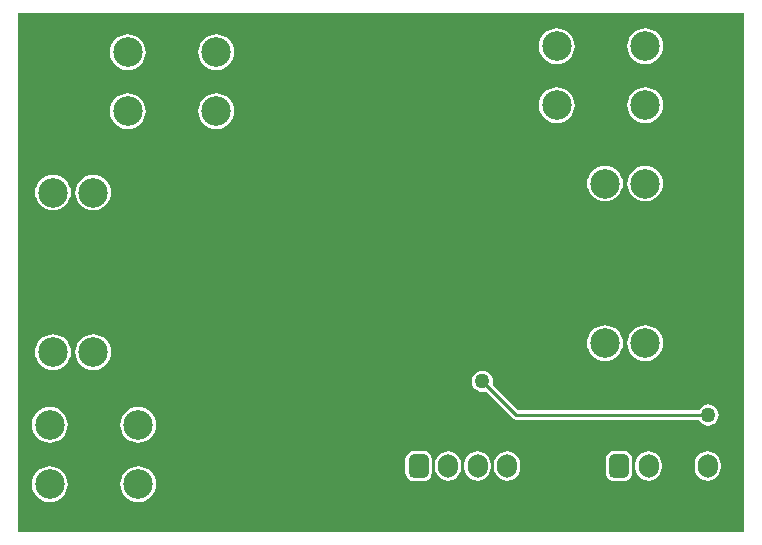
<source format=gbl>
G04*
G04 #@! TF.GenerationSoftware,Altium Limited,Altium Designer,20.2.4 (192)*
G04*
G04 Layer_Physical_Order=2*
G04 Layer_Color=16711680*
%FSLAX25Y25*%
%MOIN*%
G70*
G04*
G04 #@! TF.SameCoordinates,756CFB18-765A-4B9C-930C-300B3FFF0BD5*
G04*
G04*
G04 #@! TF.FilePolarity,Positive*
G04*
G01*
G75*
%ADD12C,0.01000*%
%ADD31C,0.09843*%
%ADD32O,0.06693X0.07874*%
G04:AMPARAMS|DCode=33|XSize=66.93mil|YSize=78.74mil|CornerRadius=16.73mil|HoleSize=0mil|Usage=FLASHONLY|Rotation=0.000|XOffset=0mil|YOffset=0mil|HoleType=Round|Shape=RoundedRectangle|*
%AMROUNDEDRECTD33*
21,1,0.06693,0.04528,0,0,0.0*
21,1,0.03347,0.07874,0,0,0.0*
1,1,0.03346,0.01673,-0.02264*
1,1,0.03346,-0.01673,-0.02264*
1,1,0.03346,-0.01673,0.02264*
1,1,0.03346,0.01673,0.02264*
%
%ADD33ROUNDEDRECTD33*%
%ADD34C,0.23622*%
%ADD35C,0.03543*%
%ADD36C,0.05000*%
%ADD37C,0.01968*%
G36*
X547000Y242000D02*
X305000D01*
Y415000D01*
X547000D01*
Y242000D01*
D02*
G37*
%LPC*%
G36*
X514000Y409950D02*
X512839Y409836D01*
X511723Y409497D01*
X510694Y408947D01*
X509793Y408207D01*
X509053Y407306D01*
X508503Y406277D01*
X508164Y405161D01*
X508050Y404000D01*
X508164Y402839D01*
X508503Y401723D01*
X509053Y400694D01*
X509793Y399793D01*
X510694Y399053D01*
X511723Y398503D01*
X512839Y398164D01*
X514000Y398050D01*
X515161Y398164D01*
X516277Y398503D01*
X517306Y399053D01*
X518207Y399793D01*
X518947Y400694D01*
X519497Y401723D01*
X519836Y402839D01*
X519950Y404000D01*
X519836Y405161D01*
X519497Y406277D01*
X518947Y407306D01*
X518207Y408207D01*
X517306Y408947D01*
X516277Y409497D01*
X515161Y409836D01*
X514000Y409950D01*
D02*
G37*
G36*
X484512D02*
X483351Y409836D01*
X482235Y409497D01*
X481206Y408947D01*
X480305Y408207D01*
X479565Y407306D01*
X479015Y406277D01*
X478676Y405161D01*
X478562Y404000D01*
X478676Y402839D01*
X479015Y401723D01*
X479565Y400694D01*
X480305Y399793D01*
X481206Y399053D01*
X482235Y398503D01*
X483351Y398164D01*
X484512Y398050D01*
X485673Y398164D01*
X486789Y398503D01*
X487817Y399053D01*
X488719Y399793D01*
X489459Y400694D01*
X490009Y401723D01*
X490347Y402839D01*
X490462Y404000D01*
X490347Y405161D01*
X490009Y406277D01*
X489459Y407306D01*
X488719Y408207D01*
X487817Y408947D01*
X486789Y409497D01*
X485673Y409836D01*
X484512Y409950D01*
D02*
G37*
G36*
X371000Y407950D02*
X369839Y407836D01*
X368723Y407497D01*
X367694Y406947D01*
X366793Y406207D01*
X366053Y405306D01*
X365503Y404277D01*
X365164Y403161D01*
X365050Y402000D01*
X365164Y400839D01*
X365503Y399723D01*
X366053Y398694D01*
X366793Y397793D01*
X367694Y397053D01*
X368723Y396503D01*
X369839Y396164D01*
X371000Y396050D01*
X372161Y396164D01*
X373277Y396503D01*
X374306Y397053D01*
X375207Y397793D01*
X375947Y398694D01*
X376497Y399723D01*
X376836Y400839D01*
X376950Y402000D01*
X376836Y403161D01*
X376497Y404277D01*
X375947Y405306D01*
X375207Y406207D01*
X374306Y406947D01*
X373277Y407497D01*
X372161Y407836D01*
X371000Y407950D01*
D02*
G37*
G36*
X341512D02*
X340351Y407836D01*
X339235Y407497D01*
X338206Y406947D01*
X337305Y406207D01*
X336565Y405306D01*
X336015Y404277D01*
X335676Y403161D01*
X335562Y402000D01*
X335676Y400839D01*
X336015Y399723D01*
X336565Y398694D01*
X337305Y397793D01*
X338206Y397053D01*
X339235Y396503D01*
X340351Y396164D01*
X341512Y396050D01*
X342673Y396164D01*
X343789Y396503D01*
X344817Y397053D01*
X345719Y397793D01*
X346459Y398694D01*
X347009Y399723D01*
X347347Y400839D01*
X347462Y402000D01*
X347347Y403161D01*
X347009Y404277D01*
X346459Y405306D01*
X345719Y406207D01*
X344817Y406947D01*
X343789Y407497D01*
X342673Y407836D01*
X341512Y407950D01*
D02*
G37*
G36*
X514000Y390265D02*
X512839Y390151D01*
X511723Y389812D01*
X510694Y389262D01*
X509793Y388522D01*
X509053Y387621D01*
X508503Y386592D01*
X508164Y385476D01*
X508050Y384315D01*
X508164Y383154D01*
X508503Y382038D01*
X509053Y381009D01*
X509793Y380108D01*
X510694Y379368D01*
X511723Y378818D01*
X512839Y378479D01*
X514000Y378365D01*
X515161Y378479D01*
X516277Y378818D01*
X517306Y379368D01*
X518207Y380108D01*
X518947Y381009D01*
X519497Y382038D01*
X519836Y383154D01*
X519950Y384315D01*
X519836Y385476D01*
X519497Y386592D01*
X518947Y387621D01*
X518207Y388522D01*
X517306Y389262D01*
X516277Y389812D01*
X515161Y390151D01*
X514000Y390265D01*
D02*
G37*
G36*
X484512D02*
X483351Y390151D01*
X482235Y389812D01*
X481206Y389262D01*
X480305Y388522D01*
X479565Y387621D01*
X479015Y386592D01*
X478676Y385476D01*
X478562Y384315D01*
X478676Y383154D01*
X479015Y382038D01*
X479565Y381009D01*
X480305Y380108D01*
X481206Y379368D01*
X482235Y378818D01*
X483351Y378479D01*
X484512Y378365D01*
X485673Y378479D01*
X486789Y378818D01*
X487817Y379368D01*
X488719Y380108D01*
X489459Y381009D01*
X490009Y382038D01*
X490347Y383154D01*
X490462Y384315D01*
X490347Y385476D01*
X490009Y386592D01*
X489459Y387621D01*
X488719Y388522D01*
X487817Y389262D01*
X486789Y389812D01*
X485673Y390151D01*
X484512Y390265D01*
D02*
G37*
G36*
X371000Y388265D02*
X369839Y388151D01*
X368723Y387812D01*
X367694Y387262D01*
X366793Y386522D01*
X366053Y385621D01*
X365503Y384592D01*
X365164Y383476D01*
X365050Y382315D01*
X365164Y381154D01*
X365503Y380038D01*
X366053Y379009D01*
X366793Y378108D01*
X367694Y377368D01*
X368723Y376818D01*
X369839Y376479D01*
X371000Y376365D01*
X372161Y376479D01*
X373277Y376818D01*
X374306Y377368D01*
X375207Y378108D01*
X375947Y379009D01*
X376497Y380038D01*
X376836Y381154D01*
X376950Y382315D01*
X376836Y383476D01*
X376497Y384592D01*
X375947Y385621D01*
X375207Y386522D01*
X374306Y387262D01*
X373277Y387812D01*
X372161Y388151D01*
X371000Y388265D01*
D02*
G37*
G36*
X341512D02*
X340351Y388151D01*
X339235Y387812D01*
X338206Y387262D01*
X337305Y386522D01*
X336565Y385621D01*
X336015Y384592D01*
X335676Y383476D01*
X335562Y382315D01*
X335676Y381154D01*
X336015Y380038D01*
X336565Y379009D01*
X337305Y378108D01*
X338206Y377368D01*
X339235Y376818D01*
X340351Y376479D01*
X341512Y376365D01*
X342673Y376479D01*
X343789Y376818D01*
X344817Y377368D01*
X345719Y378108D01*
X346459Y379009D01*
X347009Y380038D01*
X347347Y381154D01*
X347462Y382315D01*
X347347Y383476D01*
X347009Y384592D01*
X346459Y385621D01*
X345719Y386522D01*
X344817Y387262D01*
X343789Y387812D01*
X342673Y388151D01*
X341512Y388265D01*
D02*
G37*
G36*
X514000Y364100D02*
X512839Y363985D01*
X511723Y363647D01*
X510694Y363097D01*
X509793Y362357D01*
X509053Y361455D01*
X508503Y360426D01*
X508164Y359310D01*
X508050Y358150D01*
X508164Y356989D01*
X508503Y355873D01*
X509053Y354844D01*
X509793Y353942D01*
X510694Y353202D01*
X511723Y352653D01*
X512839Y352314D01*
X514000Y352200D01*
X515161Y352314D01*
X516277Y352653D01*
X517306Y353202D01*
X518207Y353942D01*
X518947Y354844D01*
X519497Y355873D01*
X519836Y356989D01*
X519950Y358150D01*
X519836Y359310D01*
X519497Y360426D01*
X518947Y361455D01*
X518207Y362357D01*
X517306Y363097D01*
X516277Y363647D01*
X515161Y363985D01*
X514000Y364100D01*
D02*
G37*
G36*
X500614D02*
X499453Y363985D01*
X498337Y363647D01*
X497309Y363097D01*
X496407Y362357D01*
X495667Y361455D01*
X495117Y360426D01*
X494779Y359310D01*
X494664Y358150D01*
X494779Y356989D01*
X495117Y355873D01*
X495667Y354844D01*
X496407Y353942D01*
X497309Y353202D01*
X498337Y352653D01*
X499453Y352314D01*
X500614Y352200D01*
X501775Y352314D01*
X502891Y352653D01*
X503920Y353202D01*
X504821Y353942D01*
X505561Y354844D01*
X506111Y355873D01*
X506450Y356989D01*
X506564Y358150D01*
X506450Y359310D01*
X506111Y360426D01*
X505561Y361455D01*
X504821Y362357D01*
X503920Y363097D01*
X502891Y363647D01*
X501775Y363985D01*
X500614Y364100D01*
D02*
G37*
G36*
X330000Y361100D02*
X328839Y360985D01*
X327723Y360647D01*
X326694Y360097D01*
X325793Y359357D01*
X325053Y358455D01*
X324503Y357427D01*
X324164Y356310D01*
X324050Y355150D01*
X324164Y353989D01*
X324503Y352873D01*
X325053Y351844D01*
X325793Y350942D01*
X326694Y350202D01*
X327723Y349653D01*
X328839Y349314D01*
X330000Y349200D01*
X331161Y349314D01*
X332277Y349653D01*
X333306Y350202D01*
X334207Y350942D01*
X334947Y351844D01*
X335497Y352873D01*
X335836Y353989D01*
X335950Y355150D01*
X335836Y356310D01*
X335497Y357427D01*
X334947Y358455D01*
X334207Y359357D01*
X333306Y360097D01*
X332277Y360647D01*
X331161Y360985D01*
X330000Y361100D01*
D02*
G37*
G36*
X316614D02*
X315453Y360985D01*
X314337Y360647D01*
X313309Y360097D01*
X312407Y359357D01*
X311667Y358455D01*
X311117Y357427D01*
X310779Y356310D01*
X310664Y355150D01*
X310779Y353989D01*
X311117Y352873D01*
X311667Y351844D01*
X312407Y350942D01*
X313309Y350202D01*
X314337Y349653D01*
X315453Y349314D01*
X316614Y349200D01*
X317775Y349314D01*
X318891Y349653D01*
X319920Y350202D01*
X320821Y350942D01*
X321561Y351844D01*
X322111Y352873D01*
X322450Y353989D01*
X322564Y355150D01*
X322450Y356310D01*
X322111Y357427D01*
X321561Y358455D01*
X320821Y359357D01*
X319920Y360097D01*
X318891Y360647D01*
X317775Y360985D01*
X316614Y361100D01*
D02*
G37*
G36*
X514000Y310950D02*
X512839Y310836D01*
X511723Y310497D01*
X510694Y309947D01*
X509793Y309207D01*
X509053Y308306D01*
X508503Y307277D01*
X508164Y306161D01*
X508050Y305000D01*
X508164Y303839D01*
X508503Y302723D01*
X509053Y301694D01*
X509793Y300793D01*
X510694Y300053D01*
X511723Y299503D01*
X512839Y299164D01*
X514000Y299050D01*
X515161Y299164D01*
X516277Y299503D01*
X517306Y300053D01*
X518207Y300793D01*
X518947Y301694D01*
X519497Y302723D01*
X519836Y303839D01*
X519950Y305000D01*
X519836Y306161D01*
X519497Y307277D01*
X518947Y308306D01*
X518207Y309207D01*
X517306Y309947D01*
X516277Y310497D01*
X515161Y310836D01*
X514000Y310950D01*
D02*
G37*
G36*
X500614D02*
X499453Y310836D01*
X498337Y310497D01*
X497309Y309947D01*
X496407Y309207D01*
X495667Y308306D01*
X495117Y307277D01*
X494779Y306161D01*
X494664Y305000D01*
X494779Y303839D01*
X495117Y302723D01*
X495667Y301694D01*
X496407Y300793D01*
X497309Y300053D01*
X498337Y299503D01*
X499453Y299164D01*
X500614Y299050D01*
X501775Y299164D01*
X502891Y299503D01*
X503920Y300053D01*
X504821Y300793D01*
X505561Y301694D01*
X506111Y302723D01*
X506450Y303839D01*
X506564Y305000D01*
X506450Y306161D01*
X506111Y307277D01*
X505561Y308306D01*
X504821Y309207D01*
X503920Y309947D01*
X502891Y310497D01*
X501775Y310836D01*
X500614Y310950D01*
D02*
G37*
G36*
X330000Y307950D02*
X328839Y307836D01*
X327723Y307497D01*
X326694Y306947D01*
X325793Y306207D01*
X325053Y305306D01*
X324503Y304277D01*
X324164Y303161D01*
X324050Y302000D01*
X324164Y300839D01*
X324503Y299723D01*
X325053Y298694D01*
X325793Y297793D01*
X326694Y297053D01*
X327723Y296503D01*
X328839Y296164D01*
X330000Y296050D01*
X331161Y296164D01*
X332277Y296503D01*
X333306Y297053D01*
X334207Y297793D01*
X334947Y298694D01*
X335497Y299723D01*
X335836Y300839D01*
X335950Y302000D01*
X335836Y303161D01*
X335497Y304277D01*
X334947Y305306D01*
X334207Y306207D01*
X333306Y306947D01*
X332277Y307497D01*
X331161Y307836D01*
X330000Y307950D01*
D02*
G37*
G36*
X316614D02*
X315453Y307836D01*
X314337Y307497D01*
X313309Y306947D01*
X312407Y306207D01*
X311667Y305306D01*
X311117Y304277D01*
X310779Y303161D01*
X310664Y302000D01*
X310779Y300839D01*
X311117Y299723D01*
X311667Y298694D01*
X312407Y297793D01*
X313309Y297053D01*
X314337Y296503D01*
X315453Y296164D01*
X316614Y296050D01*
X317775Y296164D01*
X318891Y296503D01*
X319920Y297053D01*
X320821Y297793D01*
X321561Y298694D01*
X322111Y299723D01*
X322450Y300839D01*
X322564Y302000D01*
X322450Y303161D01*
X322111Y304277D01*
X321561Y305306D01*
X320821Y306207D01*
X319920Y306947D01*
X318891Y307497D01*
X317775Y307836D01*
X316614Y307950D01*
D02*
G37*
G36*
X459752Y295778D02*
X458838Y295658D01*
X457987Y295305D01*
X457256Y294744D01*
X456695Y294013D01*
X456342Y293162D01*
X456222Y292248D01*
X456342Y291334D01*
X456695Y290483D01*
X457256Y289752D01*
X457987Y289191D01*
X458838Y288838D01*
X459752Y288718D01*
X460666Y288838D01*
X460901Y288936D01*
X469919Y279919D01*
X470415Y279587D01*
X471000Y279471D01*
X531845D01*
X531943Y279235D01*
X532504Y278504D01*
X533235Y277943D01*
X534086Y277590D01*
X535000Y277470D01*
X535914Y277590D01*
X536765Y277943D01*
X537496Y278504D01*
X538057Y279235D01*
X538410Y280086D01*
X538530Y281000D01*
X538410Y281914D01*
X538057Y282765D01*
X537496Y283496D01*
X536765Y284057D01*
X535914Y284410D01*
X535000Y284530D01*
X534086Y284410D01*
X533235Y284057D01*
X532504Y283496D01*
X531943Y282765D01*
X531845Y282529D01*
X471633D01*
X463064Y291099D01*
X463162Y291334D01*
X463282Y292248D01*
X463162Y293162D01*
X462809Y294013D01*
X462248Y294744D01*
X461517Y295305D01*
X460666Y295658D01*
X459752Y295778D01*
D02*
G37*
G36*
X345000Y283635D02*
X343839Y283521D01*
X342723Y283182D01*
X341694Y282632D01*
X340793Y281892D01*
X340053Y280991D01*
X339503Y279962D01*
X339164Y278846D01*
X339050Y277685D01*
X339164Y276524D01*
X339503Y275408D01*
X340053Y274379D01*
X340793Y273478D01*
X341694Y272738D01*
X342723Y272188D01*
X343839Y271849D01*
X345000Y271735D01*
X346161Y271849D01*
X347277Y272188D01*
X348306Y272738D01*
X349207Y273478D01*
X349947Y274379D01*
X350497Y275408D01*
X350836Y276524D01*
X350950Y277685D01*
X350836Y278846D01*
X350497Y279962D01*
X349947Y280991D01*
X349207Y281892D01*
X348306Y282632D01*
X347277Y283182D01*
X346161Y283521D01*
X345000Y283635D01*
D02*
G37*
G36*
X315512D02*
X314351Y283521D01*
X313235Y283182D01*
X312206Y282632D01*
X311305Y281892D01*
X310565Y280991D01*
X310015Y279962D01*
X309676Y278846D01*
X309562Y277685D01*
X309676Y276524D01*
X310015Y275408D01*
X310565Y274379D01*
X311305Y273478D01*
X312206Y272738D01*
X313235Y272188D01*
X314351Y271849D01*
X315512Y271735D01*
X316673Y271849D01*
X317789Y272188D01*
X318817Y272738D01*
X319719Y273478D01*
X320459Y274379D01*
X321009Y275408D01*
X321347Y276524D01*
X321462Y277685D01*
X321347Y278846D01*
X321009Y279962D01*
X320459Y280991D01*
X319719Y281892D01*
X318817Y282632D01*
X317789Y283182D01*
X316673Y283521D01*
X315512Y283635D01*
D02*
G37*
G36*
X506988Y268960D02*
X503642D01*
X502944Y268868D01*
X502294Y268599D01*
X501735Y268170D01*
X501307Y267612D01*
X501037Y266962D01*
X500946Y266264D01*
Y261736D01*
X501037Y261038D01*
X501307Y260388D01*
X501735Y259830D01*
X502294Y259401D01*
X502944Y259132D01*
X503642Y259040D01*
X506988D01*
X507686Y259132D01*
X508336Y259401D01*
X508895Y259830D01*
X509323Y260388D01*
X509593Y261038D01*
X509685Y261736D01*
Y266264D01*
X509593Y266962D01*
X509323Y267612D01*
X508895Y268170D01*
X508336Y268599D01*
X507686Y268868D01*
X506988Y268960D01*
D02*
G37*
G36*
X440146D02*
X436799D01*
X436101Y268868D01*
X435451Y268599D01*
X434893Y268170D01*
X434464Y267612D01*
X434195Y266962D01*
X434103Y266264D01*
Y261736D01*
X434195Y261038D01*
X434464Y260388D01*
X434893Y259830D01*
X435451Y259401D01*
X436101Y259132D01*
X436799Y259040D01*
X440146D01*
X440843Y259132D01*
X441494Y259401D01*
X442052Y259830D01*
X442481Y260388D01*
X442750Y261038D01*
X442842Y261736D01*
Y266264D01*
X442750Y266962D01*
X442481Y267612D01*
X442052Y268170D01*
X441494Y268599D01*
X440843Y268868D01*
X440146Y268960D01*
D02*
G37*
G36*
X534843Y268974D02*
X533708Y268825D01*
X532651Y268387D01*
X531743Y267690D01*
X531046Y266782D01*
X530608Y265725D01*
X530459Y264591D01*
Y263409D01*
X530608Y262275D01*
X531046Y261217D01*
X531743Y260310D01*
X532651Y259613D01*
X533708Y259175D01*
X534843Y259026D01*
X535977Y259175D01*
X537035Y259613D01*
X537943Y260310D01*
X538639Y261217D01*
X539077Y262275D01*
X539227Y263409D01*
Y264591D01*
X539077Y265725D01*
X538639Y266782D01*
X537943Y267690D01*
X537035Y268387D01*
X535977Y268825D01*
X534843Y268974D01*
D02*
G37*
G36*
X515158D02*
X514023Y268825D01*
X512966Y268387D01*
X512058Y267690D01*
X511361Y266782D01*
X510923Y265725D01*
X510774Y264591D01*
Y263409D01*
X510923Y262275D01*
X511361Y261217D01*
X512058Y260310D01*
X512966Y259613D01*
X514023Y259175D01*
X515158Y259026D01*
X516292Y259175D01*
X517350Y259613D01*
X518258Y260310D01*
X518954Y261217D01*
X519392Y262275D01*
X519542Y263409D01*
Y264591D01*
X519392Y265725D01*
X518954Y266782D01*
X518258Y267690D01*
X517350Y268387D01*
X516292Y268825D01*
X515158Y268974D01*
D02*
G37*
G36*
X468000D02*
X466865Y268825D01*
X465808Y268387D01*
X464900Y267690D01*
X464203Y266782D01*
X463765Y265725D01*
X463616Y264591D01*
Y263409D01*
X463765Y262275D01*
X464203Y261217D01*
X464900Y260310D01*
X465808Y259613D01*
X466865Y259175D01*
X468000Y259026D01*
X469135Y259175D01*
X470192Y259613D01*
X471100Y260310D01*
X471797Y261217D01*
X472235Y262275D01*
X472384Y263409D01*
Y264591D01*
X472235Y265725D01*
X471797Y266782D01*
X471100Y267690D01*
X470192Y268387D01*
X469135Y268825D01*
X468000Y268974D01*
D02*
G37*
G36*
X458157D02*
X457023Y268825D01*
X455965Y268387D01*
X455057Y267690D01*
X454361Y266782D01*
X453923Y265725D01*
X453773Y264591D01*
Y263409D01*
X453923Y262275D01*
X454361Y261217D01*
X455057Y260310D01*
X455965Y259613D01*
X457023Y259175D01*
X458157Y259026D01*
X459292Y259175D01*
X460349Y259613D01*
X461257Y260310D01*
X461954Y261217D01*
X462392Y262275D01*
X462541Y263409D01*
Y264591D01*
X462392Y265725D01*
X461954Y266782D01*
X461257Y267690D01*
X460349Y268387D01*
X459292Y268825D01*
X458157Y268974D01*
D02*
G37*
G36*
X448315D02*
X447180Y268825D01*
X446123Y268387D01*
X445215Y267690D01*
X444518Y266782D01*
X444080Y265725D01*
X443931Y264591D01*
Y263409D01*
X444080Y262275D01*
X444518Y261217D01*
X445215Y260310D01*
X446123Y259613D01*
X447180Y259175D01*
X448315Y259026D01*
X449450Y259175D01*
X450507Y259613D01*
X451415Y260310D01*
X452112Y261217D01*
X452550Y262275D01*
X452699Y263409D01*
Y264591D01*
X452550Y265725D01*
X452112Y266782D01*
X451415Y267690D01*
X450507Y268387D01*
X449450Y268825D01*
X448315Y268974D01*
D02*
G37*
G36*
X345000Y263950D02*
X343839Y263836D01*
X342723Y263497D01*
X341694Y262947D01*
X340793Y262207D01*
X340053Y261306D01*
X339503Y260277D01*
X339164Y259161D01*
X339050Y258000D01*
X339164Y256839D01*
X339503Y255723D01*
X340053Y254694D01*
X340793Y253793D01*
X341694Y253053D01*
X342723Y252503D01*
X343839Y252164D01*
X345000Y252050D01*
X346161Y252164D01*
X347277Y252503D01*
X348306Y253053D01*
X349207Y253793D01*
X349947Y254694D01*
X350497Y255723D01*
X350836Y256839D01*
X350950Y258000D01*
X350836Y259161D01*
X350497Y260277D01*
X349947Y261306D01*
X349207Y262207D01*
X348306Y262947D01*
X347277Y263497D01*
X346161Y263836D01*
X345000Y263950D01*
D02*
G37*
G36*
X315512D02*
X314351Y263836D01*
X313235Y263497D01*
X312206Y262947D01*
X311305Y262207D01*
X310565Y261306D01*
X310015Y260277D01*
X309676Y259161D01*
X309562Y258000D01*
X309676Y256839D01*
X310015Y255723D01*
X310565Y254694D01*
X311305Y253793D01*
X312206Y253053D01*
X313235Y252503D01*
X314351Y252164D01*
X315512Y252050D01*
X316673Y252164D01*
X317789Y252503D01*
X318817Y253053D01*
X319719Y253793D01*
X320459Y254694D01*
X321009Y255723D01*
X321347Y256839D01*
X321462Y258000D01*
X321347Y259161D01*
X321009Y260277D01*
X320459Y261306D01*
X319719Y262207D01*
X318817Y262947D01*
X317789Y263497D01*
X316673Y263836D01*
X315512Y263950D01*
D02*
G37*
%LPD*%
D12*
X459752Y292248D02*
X471000Y281000D01*
X535000D01*
D31*
X484512Y404000D02*
D03*
X514000D02*
D03*
X484512Y384315D02*
D03*
X514000D02*
D03*
X341512Y402000D02*
D03*
X371000D02*
D03*
X341512Y382315D02*
D03*
X371000D02*
D03*
X345000Y258000D02*
D03*
X315512D02*
D03*
X345000Y277685D02*
D03*
X315512D02*
D03*
X411512Y403685D02*
D03*
X441000D02*
D03*
X411512Y384000D02*
D03*
X441000D02*
D03*
X408000Y257000D02*
D03*
X378512D02*
D03*
X408000Y276685D02*
D03*
X378512D02*
D03*
X316614Y355150D02*
D03*
X330000D02*
D03*
X316614Y302000D02*
D03*
X330000D02*
D03*
X500614Y305000D02*
D03*
X514000D02*
D03*
X500614Y358150D02*
D03*
X514000D02*
D03*
D32*
X468000Y264000D02*
D03*
X458157D02*
D03*
X448315D02*
D03*
X534843D02*
D03*
X525000D02*
D03*
X515158D02*
D03*
D33*
X438472D02*
D03*
X505315D02*
D03*
D34*
X533500Y401500D02*
D03*
X320000Y401000D02*
D03*
D35*
X368000Y266000D02*
D03*
X437000Y292000D02*
D03*
X525000Y380000D02*
D03*
X356000Y398000D02*
D03*
X499000Y399000D02*
D03*
X471000D02*
D03*
X385000D02*
D03*
X320277Y379047D02*
D03*
X312943Y342064D02*
D03*
X402000Y332000D02*
D03*
X342000Y303000D02*
D03*
X541500Y380000D02*
D03*
X532000Y361000D02*
D03*
X541500Y342000D02*
D03*
X532000Y323000D02*
D03*
X541500Y304000D02*
D03*
X532000Y247000D02*
D03*
X513000Y323000D02*
D03*
Y285000D02*
D03*
Y247000D02*
D03*
X503500Y342000D02*
D03*
X494000Y323000D02*
D03*
Y285000D02*
D03*
Y247000D02*
D03*
X484500Y342000D02*
D03*
Y266000D02*
D03*
X475000Y247000D02*
D03*
X456000Y399000D02*
D03*
X465500Y380000D02*
D03*
Y342000D02*
D03*
X456000Y285000D02*
D03*
Y247000D02*
D03*
X446500Y342000D02*
D03*
X437000Y323000D02*
D03*
Y247000D02*
D03*
X427500Y380000D02*
D03*
X418000Y361000D02*
D03*
Y247000D02*
D03*
X399000Y399000D02*
D03*
Y361000D02*
D03*
Y247000D02*
D03*
X389500Y380000D02*
D03*
X380000Y361000D02*
D03*
X389500Y266000D02*
D03*
X380000Y247000D02*
D03*
X361000Y361000D02*
D03*
Y285000D02*
D03*
Y247000D02*
D03*
X342000Y361000D02*
D03*
Y247000D02*
D03*
X332500Y342000D02*
D03*
X323000Y323000D02*
D03*
X332500Y266000D02*
D03*
X323000Y247000D02*
D03*
D36*
X367000Y308000D02*
D03*
X535000Y281000D02*
D03*
X459752Y292248D02*
D03*
D37*
X397669Y337496D02*
D03*
X406331Y324504D02*
D03*
X397669D02*
D03*
X406331Y337496D02*
D03*
M02*

</source>
